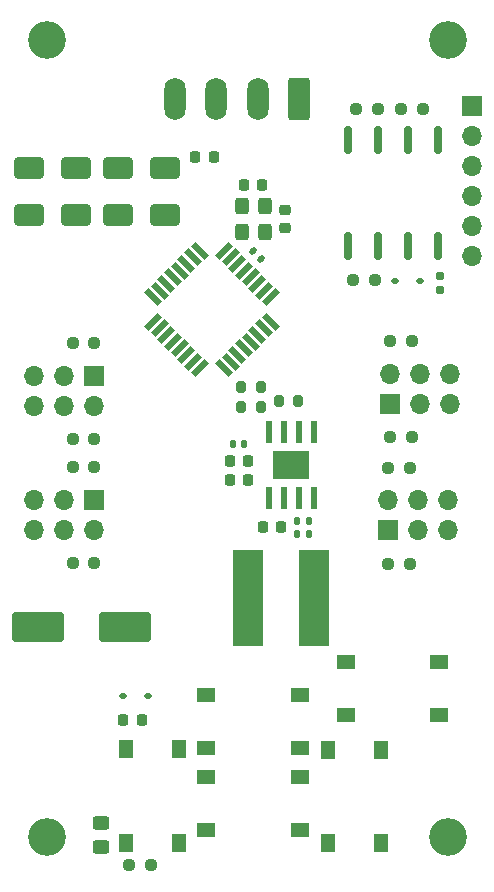
<source format=gbr>
%TF.GenerationSoftware,KiCad,Pcbnew,8.0.2*%
%TF.CreationDate,2024-10-12T15:01:18+02:00*%
%TF.ProjectId,OS-servoDriver,4f532d73-6572-4766-9f44-72697665722e,rev?*%
%TF.SameCoordinates,Original*%
%TF.FileFunction,Soldermask,Top*%
%TF.FilePolarity,Negative*%
%FSLAX46Y46*%
G04 Gerber Fmt 4.6, Leading zero omitted, Abs format (unit mm)*
G04 Created by KiCad (PCBNEW 8.0.2) date 2024-10-12 15:01:18*
%MOMM*%
%LPD*%
G01*
G04 APERTURE LIST*
G04 Aperture macros list*
%AMRoundRect*
0 Rectangle with rounded corners*
0 $1 Rounding radius*
0 $2 $3 $4 $5 $6 $7 $8 $9 X,Y pos of 4 corners*
0 Add a 4 corners polygon primitive as box body*
4,1,4,$2,$3,$4,$5,$6,$7,$8,$9,$2,$3,0*
0 Add four circle primitives for the rounded corners*
1,1,$1+$1,$2,$3*
1,1,$1+$1,$4,$5*
1,1,$1+$1,$6,$7*
1,1,$1+$1,$8,$9*
0 Add four rect primitives between the rounded corners*
20,1,$1+$1,$2,$3,$4,$5,0*
20,1,$1+$1,$4,$5,$6,$7,0*
20,1,$1+$1,$6,$7,$8,$9,0*
20,1,$1+$1,$8,$9,$2,$3,0*%
%AMRotRect*
0 Rectangle, with rotation*
0 The origin of the aperture is its center*
0 $1 length*
0 $2 width*
0 $3 Rotation angle, in degrees counterclockwise*
0 Add horizontal line*
21,1,$1,$2,0,0,$3*%
G04 Aperture macros list end*
%ADD10R,1.700000X1.700000*%
%ADD11O,1.700000X1.700000*%
%ADD12RoundRect,0.237500X-0.250000X-0.237500X0.250000X-0.237500X0.250000X0.237500X-0.250000X0.237500X0*%
%ADD13R,0.610000X1.910000*%
%ADD14R,1.550000X1.205000*%
%ADD15RoundRect,0.225000X-0.225000X-0.250000X0.225000X-0.250000X0.225000X0.250000X-0.225000X0.250000X0*%
%ADD16RoundRect,0.250000X-0.450000X0.325000X-0.450000X-0.325000X0.450000X-0.325000X0.450000X0.325000X0*%
%ADD17R,1.550000X1.300000*%
%ADD18RoundRect,0.140000X-0.219203X-0.021213X-0.021213X-0.219203X0.219203X0.021213X0.021213X0.219203X0*%
%ADD19C,3.200000*%
%ADD20R,1.300000X1.550000*%
%ADD21RoundRect,0.200000X0.200000X0.275000X-0.200000X0.275000X-0.200000X-0.275000X0.200000X-0.275000X0*%
%ADD22RoundRect,0.160000X-0.160000X0.197500X-0.160000X-0.197500X0.160000X-0.197500X0.160000X0.197500X0*%
%ADD23RoundRect,0.225000X-0.250000X0.225000X-0.250000X-0.225000X0.250000X-0.225000X0.250000X0.225000X0*%
%ADD24RoundRect,0.162500X0.162500X-1.012500X0.162500X1.012500X-0.162500X1.012500X-0.162500X-1.012500X0*%
%ADD25RoundRect,0.200000X-0.200000X-0.275000X0.200000X-0.275000X0.200000X0.275000X-0.200000X0.275000X0*%
%ADD26RoundRect,0.237500X0.250000X0.237500X-0.250000X0.237500X-0.250000X-0.237500X0.250000X-0.237500X0*%
%ADD27RoundRect,0.225000X0.225000X0.250000X-0.225000X0.250000X-0.225000X-0.250000X0.225000X-0.250000X0*%
%ADD28RotRect,1.600000X0.550000X225.000000*%
%ADD29RotRect,1.600000X0.550000X315.000000*%
%ADD30RoundRect,0.250000X1.000000X0.650000X-1.000000X0.650000X-1.000000X-0.650000X1.000000X-0.650000X0*%
%ADD31RoundRect,0.112500X-0.187500X-0.112500X0.187500X-0.112500X0.187500X0.112500X-0.187500X0.112500X0*%
%ADD32RoundRect,0.300000X0.300000X-0.400000X0.300000X0.400000X-0.300000X0.400000X-0.300000X-0.400000X0*%
%ADD33RoundRect,0.250000X0.650000X1.550000X-0.650000X1.550000X-0.650000X-1.550000X0.650000X-1.550000X0*%
%ADD34O,1.800000X3.600000*%
%ADD35RoundRect,0.140000X-0.140000X-0.170000X0.140000X-0.170000X0.140000X0.170000X-0.140000X0.170000X0*%
%ADD36R,2.600000X8.200000*%
%ADD37RoundRect,0.250000X1.950000X1.000000X-1.950000X1.000000X-1.950000X-1.000000X1.950000X-1.000000X0*%
G04 APERTURE END LIST*
D10*
%TO.C,J801*%
X132920000Y-146540000D03*
D11*
X132920000Y-144000000D03*
X135460000Y-146540000D03*
X135460000Y-144000000D03*
X138000000Y-146540000D03*
X138000000Y-144000000D03*
%TD*%
D12*
%TO.C,R1002*%
X130175500Y-110820000D03*
X132000500Y-110820000D03*
%TD*%
D13*
%TO.C,U901*%
X122793500Y-143763500D03*
X124063500Y-143763500D03*
X125333500Y-143763500D03*
X126603500Y-143763500D03*
X126603500Y-138203500D03*
X125333500Y-138203500D03*
X124063500Y-138203500D03*
X122793500Y-138203500D03*
D14*
X123923500Y-141586000D03*
X125473500Y-141586000D03*
X123923500Y-140381000D03*
X125473500Y-140381000D03*
%TD*%
D12*
%TO.C,R1001*%
X129921500Y-125298000D03*
X131746500Y-125298000D03*
%TD*%
D15*
%TO.C,C904*%
X119478500Y-140620000D03*
X121028500Y-140620000D03*
%TD*%
D16*
%TO.C,D201*%
X108585000Y-171314000D03*
X108585000Y-173364000D03*
%TD*%
D17*
%TO.C,SW602*%
X117484527Y-160435805D03*
X125434527Y-160435805D03*
X117484527Y-164935805D03*
X125434527Y-164935805D03*
%TD*%
D18*
%TO.C,C202*%
X121444695Y-122868000D03*
X122123517Y-123546822D03*
%TD*%
D19*
%TO.C,REF\u002A\u002A*%
X104000000Y-172500000D03*
%TD*%
D12*
%TO.C,R702*%
X133057500Y-130483500D03*
X134882500Y-130483500D03*
%TD*%
D19*
%TO.C,REF\u002A\u002A*%
X138000000Y-172500000D03*
%TD*%
D15*
%TO.C,C1001*%
X116573000Y-114935000D03*
X118123000Y-114935000D03*
%TD*%
D10*
%TO.C,J1001*%
X108025000Y-133500000D03*
D11*
X108025000Y-136040000D03*
X105485000Y-133500000D03*
X105485000Y-136040000D03*
X102945000Y-133500000D03*
X102945000Y-136040000D03*
%TD*%
D10*
%TO.C,J701*%
X133047000Y-135809000D03*
D11*
X133047000Y-133269000D03*
X135587000Y-135809000D03*
X135587000Y-133269000D03*
X138127000Y-135809000D03*
X138127000Y-133269000D03*
%TD*%
D20*
%TO.C,SW601*%
X110700527Y-173010805D03*
X110700527Y-165060805D03*
X115200527Y-173010805D03*
X115200527Y-165060805D03*
%TD*%
D21*
%TO.C,R903*%
X122094500Y-136063000D03*
X120444500Y-136063000D03*
%TD*%
D22*
%TO.C,R202*%
X137287000Y-125005500D03*
X137287000Y-126200500D03*
%TD*%
D17*
%TO.C,SW605*%
X129295527Y-157641805D03*
X137245527Y-157641805D03*
X129295527Y-162141805D03*
X137245527Y-162141805D03*
%TD*%
D10*
%TO.C,J901*%
X108025000Y-144000000D03*
D11*
X108025000Y-146540000D03*
X105485000Y-144000000D03*
X105485000Y-146540000D03*
X102945000Y-144000000D03*
X102945000Y-146540000D03*
%TD*%
D23*
%TO.C,C201*%
X124206695Y-119426000D03*
X124206695Y-120976000D03*
%TD*%
D24*
%TO.C,U1001*%
X129460000Y-122500000D03*
X132000000Y-122500000D03*
X134540000Y-122500000D03*
X137080000Y-122500000D03*
X137080000Y-113450000D03*
X134540000Y-113450000D03*
X132000000Y-113450000D03*
X129460000Y-113450000D03*
%TD*%
D10*
%TO.C,J201*%
X140000000Y-110615805D03*
D11*
X140000000Y-113155805D03*
X140000000Y-115695805D03*
X140000000Y-118235805D03*
X140000000Y-120775805D03*
X140000000Y-123315805D03*
%TD*%
D25*
%TO.C,R901*%
X120444500Y-134412000D03*
X122094500Y-134412000D03*
%TD*%
D26*
%TO.C,R905*%
X108014500Y-149325500D03*
X106189500Y-149325500D03*
%TD*%
D12*
%TO.C,R1003*%
X133985500Y-110820000D03*
X135810500Y-110820000D03*
%TD*%
D27*
%TO.C,C901*%
X123822500Y-146223000D03*
X122272500Y-146223000D03*
%TD*%
%TO.C,C203*%
X122219695Y-117280000D03*
X120669695Y-117280000D03*
%TD*%
D28*
%TO.C,U202*%
X122959798Y-126805695D03*
X122394112Y-126240010D03*
X121828427Y-125674324D03*
X121262742Y-125108639D03*
X120697056Y-124542953D03*
X120131371Y-123977268D03*
X119565685Y-123411583D03*
X119000000Y-122845897D03*
D29*
X116949390Y-122845897D03*
X116383705Y-123411583D03*
X115818019Y-123977268D03*
X115252334Y-124542953D03*
X114686648Y-125108639D03*
X114120963Y-125674324D03*
X113555278Y-126240010D03*
X112989592Y-126805695D03*
D28*
X112989592Y-128856305D03*
X113555278Y-129421990D03*
X114120963Y-129987676D03*
X114686648Y-130553361D03*
X115252334Y-131119047D03*
X115818019Y-131684732D03*
X116383705Y-132250417D03*
X116949390Y-132816103D03*
D29*
X119000000Y-132816103D03*
X119565685Y-132250417D03*
X120131371Y-131684732D03*
X120697056Y-131119047D03*
X121262742Y-130553361D03*
X121828427Y-129987676D03*
X122394112Y-129421990D03*
X122959798Y-128856305D03*
%TD*%
D30*
%TO.C,D1104*%
X106500000Y-115851500D03*
X102500000Y-115851500D03*
%TD*%
%TO.C,D1101*%
X114000000Y-119801500D03*
X110000000Y-119801500D03*
%TD*%
D15*
%TO.C,C905*%
X119478500Y-142286000D03*
X121028500Y-142286000D03*
%TD*%
D26*
%TO.C,R904*%
X108014500Y-141197500D03*
X106189500Y-141197500D03*
%TD*%
D17*
%TO.C,SW603*%
X117484527Y-167420805D03*
X125434527Y-167420805D03*
X117484527Y-171920805D03*
X125434527Y-171920805D03*
%TD*%
D31*
%TO.C,D401*%
X110456000Y-160528000D03*
X112556000Y-160528000D03*
%TD*%
D19*
%TO.C,REF\u002A\u002A*%
X138000000Y-105000000D03*
%TD*%
D12*
%TO.C,R701*%
X133057500Y-138611500D03*
X134882500Y-138611500D03*
%TD*%
D32*
%TO.C,Y201*%
X122455695Y-121258000D03*
X122455695Y-119058000D03*
X120555695Y-119058000D03*
X120555695Y-121258000D03*
%TD*%
D31*
%TO.C,D1001*%
X133467000Y-125425000D03*
X135567000Y-125425000D03*
%TD*%
D15*
%TO.C,C402*%
X110477000Y-162560000D03*
X112027000Y-162560000D03*
%TD*%
D30*
%TO.C,D1103*%
X114000000Y-115851500D03*
X110000000Y-115851500D03*
%TD*%
D12*
%TO.C,R802*%
X132930500Y-141214500D03*
X134755500Y-141214500D03*
%TD*%
D33*
%TO.C,J101*%
X125349000Y-110000000D03*
D34*
X121849000Y-110000000D03*
X118349000Y-110000000D03*
X114849000Y-110000000D03*
%TD*%
D19*
%TO.C,REF\u002A\u002A*%
X104000000Y-105000000D03*
%TD*%
D26*
%TO.C,R1004*%
X108014500Y-130697500D03*
X106189500Y-130697500D03*
%TD*%
D35*
%TO.C,C902*%
X125206500Y-145715000D03*
X126166500Y-145715000D03*
%TD*%
%TO.C,C903*%
X125206500Y-146858000D03*
X126166500Y-146858000D03*
%TD*%
D36*
%TO.C,L901*%
X126625000Y-152273000D03*
X121025000Y-152273000D03*
%TD*%
D37*
%TO.C,C401*%
X110634000Y-154686000D03*
X103234000Y-154686000D03*
%TD*%
D35*
%TO.C,C906*%
X119775500Y-139238000D03*
X120735500Y-139238000D03*
%TD*%
D25*
%TO.C,R902*%
X123619500Y-135555000D03*
X125269500Y-135555000D03*
%TD*%
D12*
%TO.C,R801*%
X132930500Y-149342500D03*
X134755500Y-149342500D03*
%TD*%
D30*
%TO.C,D1102*%
X106500000Y-119851500D03*
X102500000Y-119851500D03*
%TD*%
D26*
%TO.C,R1005*%
X108014500Y-138825500D03*
X106189500Y-138825500D03*
%TD*%
%TO.C,R201*%
X112799500Y-174879000D03*
X110974500Y-174879000D03*
%TD*%
D20*
%TO.C,SW604*%
X127770527Y-173042805D03*
X127770527Y-165092805D03*
X132270527Y-173042805D03*
X132270527Y-165092805D03*
%TD*%
M02*

</source>
